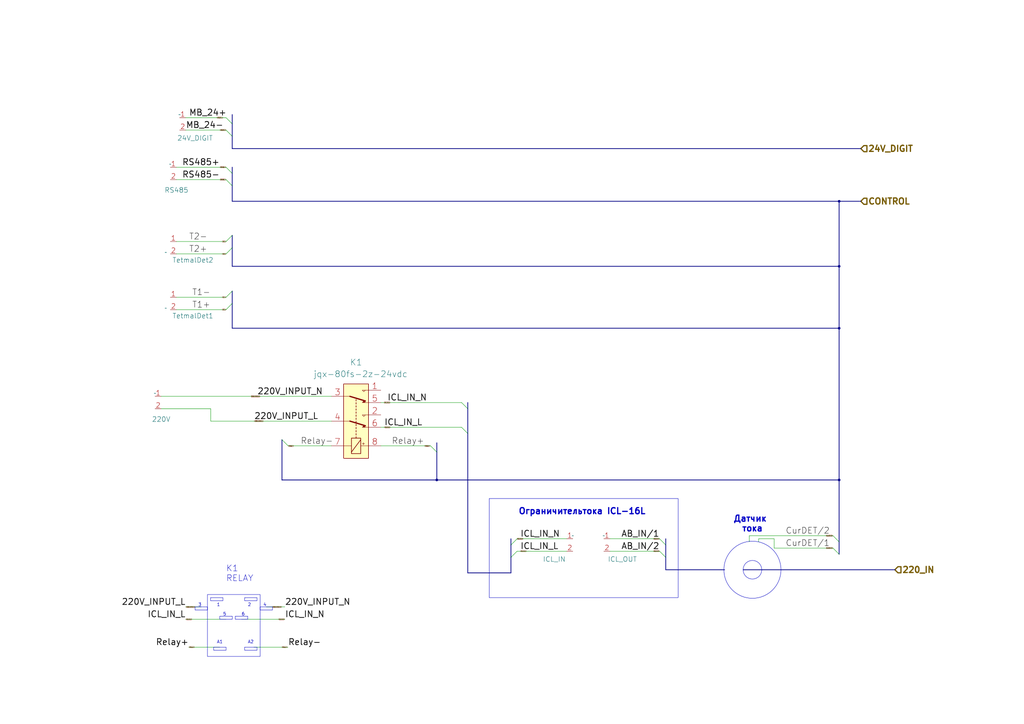
<source format=kicad_sch>
(kicad_sch (version 20231120) (generator "eeschema") (generator_version "8.0")
  (paper "A3")
  (lib_symbols
    (symbol "Connector:Conn_01x02_(wide)"
      (property "Reference" "J" (at 0 0 0))
      (symbol "Conn_01x02_(wide)_1_1"
        (pin input line (at -2.54 -5.08 0) (length 2.54) (name "") (number "1"))
        (pin input line (at -2.54 -10.16 0) (length 2.54) (name "") (number "2"))
      )
    )
    (symbol "Relay:jqx-80fs-2z-24vdc"
      (property "Reference" "K" (at 7.62 12.7 90))
      (property "Value" "jqx-80fs-2z-24vdc" (at -3.81 20.574 0))
      (symbol "jqx-80fs-2z-24vdc_0_0"
        (text "+" (at 6.731 -13.081 900) (effects (font (size 1.27 1.27))))
      )
      (symbol "jqx-80fs-2z-24vdc_0_1"
        (polyline (pts (xy -1.27 -13.97) (xy 1.905 -13.97)))
        (polyline (pts (xy 1.27 -3.81) (xy -1.27 -3.81)))
        (polyline (pts (xy 1.27 -3.81) (xy 7.62 -5.715)) (stroke (width 0.508)))
        (polyline (pts (xy 1.27 6.35) (xy -1.27 6.35)))
        (polyline (pts (xy 1.27 6.35) (xy 7.62 4.445)) (stroke (width 0.508)))
        (polyline (pts (xy 1.905 -16.51) (xy 5.715 -11.43)) (stroke (width 0.254)))
        (polyline (pts (xy 3.81 -10.795) (xy 3.81 -10.16)) (stroke (width 0.254)))
        (polyline (pts (xy 3.81 -9.525) (xy 3.81 -8.89)) (stroke (width 0.254)))
        (polyline (pts (xy 3.81 -8.255) (xy 3.81 -7.62)) (stroke (width 0.254)))
        (polyline (pts (xy 3.81 -6.985) (xy 3.81 -6.35)) (stroke (width 0.254)))
        (polyline (pts (xy 3.81 -5.715) (xy 3.81 -5.08)) (stroke (width 0.254)))
        (polyline (pts (xy 3.81 -4.445) (xy 3.81 -3.81)) (stroke (width 0.254)))
        (polyline (pts (xy 3.81 -3.175) (xy 3.81 -2.54)) (stroke (width 0.254)))
        (polyline (pts (xy 3.81 -1.905) (xy 3.81 -1.27)) (stroke (width 0.254)))
        (polyline (pts (xy 3.81 -0.635) (xy 3.81 0)) (stroke (width 0.254)))
        (polyline (pts (xy 3.81 0.635) (xy 3.81 1.27)) (stroke (width 0.254)))
        (polyline (pts (xy 3.81 1.905) (xy 3.81 2.54)) (stroke (width 0.254)))
        (polyline (pts (xy 3.81 3.175) (xy 3.81 3.81)) (stroke (width 0.254)))
        (polyline (pts (xy 3.81 4.445) (xy 3.81 5.08)) (stroke (width 0.254)))
        (polyline (pts (xy 8.89 -13.97) (xy 5.715 -13.97)))
        (polyline (pts (xy 8.89 -6.35) (xy 6.35 -6.35) (xy 6.985 -5.715) (xy 7.62 -6.35)) (fill (type outline)))
        (polyline (pts (xy 8.89 -1.27) (xy 6.35 -1.27) (xy 6.985 -1.905) (xy 7.62 -1.27)))
        (polyline (pts (xy 8.89 3.81) (xy 6.35 3.81) (xy 6.985 4.445) (xy 7.62 3.81)) (fill (type outline)))
        (polyline (pts (xy 8.89 8.89) (xy 6.35 8.89) (xy 6.985 8.255) (xy 7.62 8.89)))
        (rectangle (start 5.715 -17.145) (end 1.905 -10.795) (stroke (width 0.254)))
        (rectangle (start 8.89 -19.05) (end -1.27 11.43) (stroke (width 0.254)) (fill (type background)))
      )
      (symbol "jqx-80fs-2z-24vdc_1_1"
        (pin passive line (at 13.97 8.89 180) (length 5) (name "~") (number "1"))
        (pin passive line (at 13.97 -1.27 180) (length 5) (name "~") (number "2"))
        (pin passive line (at -6.27 6.35 0) (length 5) (name "~") (number "3"))
        (pin passive line (at -6.27 -3.81 0) (length 5) (name "~") (number "4"))
        (pin passive line (at 13.97 3.81 180) (length 5) (name "~") (number "5"))
        (pin passive line (at 13.97 -6.35 180) (length 5) (name "~") (number "6"))
        (pin passive line (at -6.35 -13.97 0) (length 5) (name "~") (number "7"))
        (pin passive line (at 13.97 -13.97 180) (length 5) (name "~") (number "8"))
      )
    )
  )
  (junction (at 344.17 109.22))
  (junction (at 344.17 82.55))
  (junction (at 344.17 134.62))
  (junction (at 179.15 196.85))
  (junction (at 344.17 196.85))
  (bus_entry (at 270.51 220.98) (size 2.54 2.54))
  (bus_entry (at 95.25 101.6) (size -2.54 2.54))
  (bus_entry (at 95.25 50.8) (size -2.54 -2.54))
  (bus_entry (at 92.71 73.66) (size 2.54 2.54))
  (bus_entry (at 176.61 182.88) (size 2.54 2.54))
  (bus_entry (at 92.71 68.58) (size 2.54 2.54))
  (bus_entry (at 270.51 226.06) (size 2.54 2.54))
  (bus_entry (at 95.25 124.46) (size -2.54 2.54))
  (bus_entry (at 95.25 119.38) (size -2.54 2.54))
  (bus_entry (at 95.25 55.88) (size -2.54 -2.54))
  (bus_entry (at 115.65 180.34) (size 2.54 2.54))
  (bus_entry (at 189.31 165.1) (size 2.54 2.54))
  (bus_entry (at 341.63 219.71) (size 2.54 2.54))
  (bus_entry (at 341.63 224.79) (size 2.54 2.54))
  (bus_entry (at 212.09 226.06) (size -2.54 2.54))
  (bus_entry (at 212.09 220.98) (size -2.54 2.54))
  (bus_entry (at 189.31 175.26) (size 2.54 2.54))
  (bus_entry (at 95.25 96.52) (size -2.54 2.54))
  (bus (pts (xy 95.25 82.55) (xy 344.17 82.55)))
  (wire (pts (xy 76.2 53.34) (xy 92.71 53.34)))
  (bus (pts (xy 344.17 196.85) (xy 344.17 222.25)))
  (wire (pts (xy 92.71 121.92) (xy 72.39 121.92)))
  (bus (pts (xy 95.25 50.8) (xy 95.25 55.88)))
  (wire (pts (xy 156.21 165.1) (xy 189.31 165.1)))
  (wire (pts (xy 92.71 104.14) (xy 72.39 104.14)))
  (wire (pts (xy 86.44 172.72) (xy 135.97 172.72)))
  (wire (pts (xy 92.71 73.66) (xy 72.39 73.66)))
  (wire (pts (xy 77.47 265.43) (xy 90.17 265.43)))
  (wire (pts (xy 212.09 220.98) (xy 232.41 220.98)))
  (bus (pts (xy 95.25 68.58) (xy 95.25 71.12)))
  (bus (pts (xy 344.17 109.22) (xy 344.17 134.62)))
  (wire (pts (xy 156.21 175.26) (xy 189.31 175.26)))
  (wire (pts (xy 118.19 182.88) (xy 135.89 182.88)))
  (wire (pts (xy 156.21 182.88) (xy 176.61 182.88)))
  (wire (pts (xy 109.22 248.92) (xy 116.84 248.92)))
  (bus (pts (xy 353.06 82.55) (xy 344.17 82.55)))
  (bus (pts (xy 344.17 134.62) (xy 344.17 196.85)))
  (bus (pts (xy 273.05 228.6) (xy 273.05 233.68)))
  (bus (pts (xy 95.25 101.6) (xy 95.25 109.22)))
  (bus (pts (xy 273.05 220.98) (xy 273.05 223.52)))
  (wire (pts (xy 92.71 68.58) (xy 72.39 68.58)))
  (bus (pts (xy 273.05 223.52) (xy 273.05 228.6)))
  (bus (pts (xy 115.65 196.85) (xy 179.15 196.85)))
  (wire (pts (xy 250.19 220.98) (xy 270.51 220.98)))
  (wire (pts (xy 317.5 220.98) (xy 311.15 220.98)))
  (bus (pts (xy 95.25 55.88) (xy 95.25 60.96)))
  (bus (pts (xy 95.25 124.46) (xy 95.25 134.62)))
  (bus (pts (xy 304.8 233.68) (xy 367.03 233.68)))
  (bus (pts (xy 95.25 71.12) (xy 95.25 76.2)))
  (wire (pts (xy 307.34 219.71) (xy 307.34 222.25)))
  (wire (pts (xy 317.5 224.79) (xy 341.63 224.79)))
  (bus (pts (xy 115.65 180.34) (xy 115.65 196.85)))
  (wire (pts (xy 76.2 248.92) (xy 82.55 248.92)))
  (bus (pts (xy 344.17 82.55) (xy 344.17 109.22)))
  (bus (pts (xy 95.25 134.62) (xy 344.17 134.62)))
  (wire (pts (xy 212.09 226.06) (xy 232.41 226.06)))
  (wire (pts (xy 66.12 162.56) (xy 135.97 162.56)))
  (wire (pts (xy 92.71 99.06) (xy 72.39 99.06)))
  (wire (pts (xy 104.14 265.43) (xy 118.11 265.43)))
  (wire (pts (xy 317.5 224.79) (xy 317.5 220.98)))
  (bus (pts (xy 191.85 177.8) (xy 191.85 234.95)))
  (wire (pts (xy 311.15 220.98) (xy 311.15 222.25)))
  (bus (pts (xy 179.15 196.85) (xy 344.17 196.85)))
  (bus (pts (xy 95.25 76.2) (xy 95.25 82.55)))
  (bus (pts (xy 191.85 165.1) (xy 191.85 167.64)))
  (wire (pts (xy 92.71 127) (xy 72.39 127)))
  (bus (pts (xy 95.25 46.99) (xy 95.25 50.8)))
  (wire (pts (xy 86.44 172.72) (xy 86.44 167.64)))
  (bus (pts (xy 179.15 181.61) (xy 179.15 185.42)))
  (bus (pts (xy 273.05 233.68) (xy 297.18 233.68)))
  (bus (pts (xy 209.55 234.95) (xy 209.55 228.6)))
  (bus (pts (xy 209.55 223.52) (xy 209.55 228.6)))
  (wire (pts (xy 92.71 48.26) (xy 76.2 48.26)))
  (bus (pts (xy 179.15 185.42) (xy 179.15 196.85)))
  (bus (pts (xy 209.55 220.98) (xy 209.55 223.52)))
  (wire (pts (xy 76.2 254) (xy 92.71 254)))
  (bus (pts (xy 95.25 96.52) (xy 95.25 101.6)))
  (wire (pts (xy 270.51 226.06) (xy 250.19 226.06)))
  (bus (pts (xy 95.25 109.22) (xy 344.17 109.22)))
  (bus (pts (xy 191.85 234.95) (xy 209.55 234.95)))
  (bus (pts (xy 95.25 60.96) (xy 353.06 60.96)))
  (wire (pts (xy 99.06 254) (xy 116.84 254)))
  (wire (pts (xy 307.34 219.71) (xy 341.63 219.71)))
  (bus (pts (xy 191.85 167.64) (xy 191.85 177.8)))
  (bus (pts (xy 344.17 222.25) (xy 344.17 227.33)))
  (bus (pts (xy 95.25 119.38) (xy 95.25 124.46)))
  (wire (pts (xy 86.44 167.64) (xy 66.12 167.64)))
  (rectangle (start 87.63 265.43) (end 92.71 266.7))
  (circle (center 308.61 233.68) (radius 11.7088))
  (rectangle (start 90.17 252.73) (end 95.25 254))
  (rectangle (start 100.33 265.43) (end 105.41 266.7))
  (rectangle (start 200.66 204.47) (end 278.13 245.11))
  (rectangle (start 85.09 243.84) (end 106.68 269.24))
  (rectangle (start 86.36 245.11) (end 91.44 246.38))
  (circle (center 308.61 233.68) (radius 3.81))
  (rectangle (start 96.52 252.73) (end 101.6 254))
  (rectangle (start 106.68 248.92) (end 111.76 250.19))
  (rectangle (start 100.33 245.11) (end 105.41 246.38))
  (rectangle (start 80.01 248.92) (end 85.09 250.19))
  (text "A2" (at 101.6 264.16 0) (effects (font (size 1.27 1.27)) (justify left bottom)))
  (text "3" (at 81.28 248.92 0) (effects (font (size 1.27 1.27)) (justify left bottom)))
  (text "4" (at 107.95 248.92 0) (effects (font (size 1.27 1.27)) (justify left bottom)))
  (text "6" (at 99.06 252.73 0) (effects (font (size 1.27 1.27)) (justify left bottom)))
  (text "Ограничительтока ICL-16L" (at 238.76 209.804 0) (effects (font (size 2.5 2.5) (thickness 0.5) (bold yes))))
  (text "A1" (at 88.9 264.16 0) (effects (font (size 1.27 1.27)) (justify left bottom)))
  (text "2" (at 101.6 248.92 0) (effects (font (size 1.27 1.27)) (justify left bottom)))
  (text "5" (at 91.44 252.73 0) (effects (font (size 1.27 1.27)) (justify left bottom)))
  (text "K1\nRELAY" (at 92.71 238.76 0) (effects (font (size 2.5 2.5)) (justify left bottom)))
  (text "1" (at 88.9 248.92 0) (effects (font (size 1.27 1.27)) (justify left bottom)))
  (text "Датчик \nтока" (at 308.61 214.884 0) (effects (font (size 2.5 2.5) (thickness 0.5) (bold yes))))
  (label "Relay+" (at 174.07 182.88 180) (effects (font (size 2.5 2.5))))
  (label "220V_INPUT_L" (at 104.22 172.72 0) (effects (font (size 2.5 2.5) (thickness 0.3125))))
  (label "CurDET{slash}1" (at 340.36 224.79 180) (effects (font (size 2.5 2.5))))
  (label "ICL_IN_L" (at 157.56 175.26 0) (effects (font (size 2.5 2.5) (thickness 0.3125))))
  (label "RS485-" (at 90.17 73.66 180) (effects (font (size 2.5 2.5) (thickness 0.3125))))
  (label "Relay-" (at 118.11 265.43 0) (effects (font (size 2.5 2.5) (thickness 0.3125))))
  (label "AB_IN{slash}2" (at 270.51 226.06 180) (effects (font (size 2.5 2.5) (thickness 0.3125))))
  (label "MB_24-" (at 76.2 53.34 0) (effects (font (size 2.5 2.5) (thickness 0.3125))))
  (label "Relay+" (at 77.47 265.43 180) (effects (font (size 2.5 2.5) (thickness 0.3125))))
  (label "RS485+" (at 90.17 68.58 180) (effects (font (size 2.5 2.5) (thickness 0.3125))))
  (label "ICL_IN_N" (at 116.84 254 0) (effects (font (size 2.5 2.5) (thickness 0.3125))))
  (label "220V_INPUT_L" (at 76.2 248.92 180) (effects (font (size 2.5 2.5) (thickness 0.3125))))
  (label "ICL_IN_L" (at 213.36 226.06 0) (effects (font (size 2.5 2.5) (thickness 0.3125))))
  (label "CurDET{slash}2" (at 340.36 219.71 180) (effects (font (size 2.5 2.5))))
  (label "ICL_IN_N" (at 213.36 220.98 0) (effects (font (size 2.5 2.5) (thickness 0.3125))))
  (label "ICL_IN_N" (at 158.83 165.1 0) (effects (font (size 2.5 2.5) (thickness 0.3125))))
  (label "Relay-" (at 123.27 182.88 0) (effects (font (size 2.5 2.5))))
  (label "T1+" (at 86.36 127 180) (effects (font (size 2.5 2.5))))
  (label "MB_24+" (at 77.47 48.26 0) (effects (font (size 2.5 2.5) (thickness 0.3125))))
  (label "ICL_IN_L" (at 76.2 254 180) (effects (font (size 2.5 2.5) (thickness 0.3125))))
  (label "T2+" (at 85.09 104.14 180) (effects (font (size 2.5 2.5))))
  (label "T1-" (at 86.36 121.92 180) (effects (font (size 2.5 2.5))))
  (label "T2-" (at 85.09 99.06 180) (effects (font (size 2.5 2.5))))
  (label "AB_IN{slash}1" (at 270.51 220.98 180) (effects (font (size 2.5 2.5) (thickness 0.3125))))
  (label "220V_INPUT_N" (at 105.49 162.56 0) (effects (font (size 2.5 2.5) (thickness 0.3125))))
  (label "220V_INPUT_N" (at 116.84 248.92 0) (effects (font (size 2.5 2.5) (thickness 0.3125))))
  (global_label "T1-" (shape input) (at 92.71 121.92 180) (effects (font (size 0.3 0.3))) (property "Intersheetrefs" "${INTERSHEET_REFS}" (effects (hide yes))))
  (global_label "Relay+" (shape input) (at 174.07 182.88 0) (effects (font (size 0.3 0.3))) (property "Intersheetrefs" "${INTERSHEET_REFS}" (effects (hide yes))))
  (global_label "ICL_IN_L" (shape input) (at 213.36 226.06 0) (effects (font (size 0.3 0.3))) (property "Intersheetrefs" "${INTERSHEET_REFS}" (effects (hide yes))))
  (global_label "220V_INPUT_N" (shape input) (at 115.57 248.92 180) (effects (font (size 0.3 0.3))) (property "Intersheetrefs" "${INTERSHEET_REFS}" (effects (hide yes))))
  (global_label "MB_24-" (shape input) (at 90.17 53.34 0) (effects (font (size 0.3 0.3))) (property "Intersheetrefs" "${INTERSHEET_REFS}" (effects (hide yes))))
  (global_label "ICL_IN_N" (shape input) (at 214.63 220.98 180) (effects (font (size 0.3 0.3))) (property "Intersheetrefs" "${INTERSHEET_REFS}" (effects (hide yes))))
  (global_label "Relay-" (shape input) (at 115.57 265.43 0) (effects (font (size 0.3 0.3))) (property "Intersheetrefs" "${INTERSHEET_REFS}" (effects (hide yes))))
  (global_label "Relay+" (shape input) (at 77.47 265.43 0) (effects (font (size 0.3 0.3))) (property "Intersheetrefs" "${INTERSHEET_REFS}" (effects (hide yes))))
  (global_label "RS485+" (shape input) (at 92.71 68.58 180) (effects (font (size 0.3 0.3))) (property "Intersheetrefs" "${INTERSHEET_REFS}" (effects (hide yes))))
  (global_label "ICL_IN_L" (shape input) (at 157.56 175.26 0) (effects (font (size 0.3 0.3))) (property "Intersheetrefs" "${INTERSHEET_REFS}" (effects (hide yes))))
  (global_label "CurDET{slash}1" (shape input) (at 341.63 224.79 180) (effects (font (size 0.3 0.3))) (property "Intersheetrefs" "${INTERSHEET_REFS}" (effects (hide yes))))
  (global_label "220V_INPUT_L" (shape input) (at 76.2 248.92 0) (effects (font (size 0.3 0.3))) (property "Intersheetrefs" "${INTERSHEET_REFS}" (effects (hide yes))))
  (global_label "T1+" (shape input) (at 92.71 127 180) (effects (font (size 0.3 0.3))) (property "Intersheetrefs" "${INTERSHEET_REFS}" (effects (hide yes))))
  (global_label "MB_24+" (shape input) (at 88.9 48.26 0) (effects (font (size 0.3 0.3))) (property "Intersheetrefs" "${INTERSHEET_REFS}" (effects (hide yes))))
  (global_label "ICL_IN_L" (shape input) (at 76.2 254 0) (effects (font (size 0.3 0.3))) (property "Intersheetrefs" "${INTERSHEET_REFS}" (effects (hide yes))))
  (global_label "220V_INPUT_L" (shape input) (at 104.22 172.72 0) (effects (font (size 0.3 0.3))) (property "Intersheetrefs" "${INTERSHEET_REFS}" (effects (hide yes))))
  (global_label "T2+" (shape input) (at 92.71 104.14 180) (effects (font (size 0.3 0.3))) (property "Intersheetrefs" "${INTERSHEET_REFS}" (effects (hide yes))))
  (global_label "ICL_IN_N" (shape input) (at 116.84 254 180) (effects (font (size 0.3 0.3))) (property "Intersheetrefs" "${INTERSHEET_REFS}" (effects (hide yes))))
  (global_label "220V_INPUT_N" (shape input) (at 106.76 162.56 180) (effects (font (size 0.3 0.3))) (property "Intersheetrefs" "${INTERSHEET_REFS}" (effects (hide yes))))
  (global_label "AB_IN{slash}2" (shape input) (at 270.51 226.06 180) (effects (font (size 0.3 0.3))) (property "Intersheetrefs" "${INTERSHEET_REFS}" (effects (hide yes))))
  (global_label "AB_IN{slash}1" (shape input) (at 270.51 220.98 180) (effects (font (size 0.3 0.3))) (property "Intersheetrefs" "${INTERSHEET_REFS}" (effects (hide yes))))
  (global_label "Relay-" (shape input) (at 118.19 182.88 0) (effects (font (size 0.3 0.3))) (property "Intersheetrefs" "${INTERSHEET_REFS}" (effects (hide yes))))
  (global_label "ICL_IN_N" (shape input) (at 160.1 165.1 180) (effects (font (size 0.3 0.3))) (property "Intersheetrefs" "${INTERSHEET_REFS}" (effects (hide yes))))
  (global_label "RS485-" (shape input) (at 92.71 73.66 180) (effects (font (size 0.3 0.3))) (property "Intersheetrefs" "${INTERSHEET_REFS}" (effects (hide yes))))
  (global_label "CurDET{slash}2" (shape input) (at 341.63 219.71 180) (effects (font (size 0.3 0.3))) (property "Intersheetrefs" "${INTERSHEET_REFS}" (effects (hide yes))))
  (global_label "T2-" (shape input) (at 92.71 99.06 180) (effects (font (size 0.3 0.3))) (property "Intersheetrefs" "${INTERSHEET_REFS}" (effects (hide yes))))
  (hierarchical_label "24V_DIGIT" (shape input) (at 353.06 60.96 0) (effects (font (size 2.5 2.5) (thickness 0.5) (bold yes))))
  (hierarchical_label "220_IN" (shape input) (at 367.03 233.68 0) (effects (font (size 2.5 2.5) (thickness 0.5) (bold yes))))
  (hierarchical_label "CONTROL" (shape input) (at 353.06 82.55 0) (effects (font (size 2.5 2.5) (thickness 0.5) (bold yes))))
  (symbol (lib_id "Connector:Conn_01x02_(wide)") (at 69.85 63.5 0) (mirror y) (unit 1)
    (property "Reference" "RS485" (at 72.39 77.978 0) (effects (font (size 2 2))))
    (property "Value" "~" (at 69.85 67.31 0))
  )
  (symbol (lib_id "Connector:Conn_01x02_(wide)") (at 73.66 43.18 0) (mirror y) (unit 1)
    (property "Reference" "24V_DIGIT" (at 80.01 56.642 0) (effects (font (size 2 2))))
    (property "Value" "~" (at 73.66 46.99 0))
  )
  (symbol (lib_id "Connector:Conn_01x02_(wide)") (at 69.85 93.98 0) (mirror y) (unit 1)
    (property "Reference" "TetmalDet2" (at 87.63 106.68 0) (effects (font (size 2 2)) (justify left)))
    (property "Value" "~" (at 68.58 103.505 0) (effects (justify left)))
  )
  (symbol (lib_id "Connector:Conn_01x02_(wide)") (at 63.58 157.48 0) (mirror y) (unit 1)
    (property "Reference" "220V" (at 66.12 171.958 0) (effects (font (size 2 2))))
    (property "Value" "~" (at 63.58 161.29 0))
  )
  (symbol (lib_id "Connector:Conn_01x02_(wide)") (at 69.85 116.84 0) (mirror y) (unit 1)
    (property "Reference" "TetmalDet1" (at 87.63 129.54 0) (effects (font (size 2 2)) (justify left)))
    (property "Value" "~" (at 68.58 126.365 0) (effects (justify left)))
  )
  (symbol (lib_id "Relay:jqx-80fs-2z-24vdc") (at 142.24 168.91 0) (unit 1)
    (property "Reference" "K1" (at 146.05 148.59 0) (effects (font (size 2.5 2.5))))
    (property "Value" "jqx-80fs-2z-24vdc" (at 147.908 153.416 0) (effects (font (size 2.5 2.5))))
    (property "Datasheet" "https://www.sktech.ru/rele/elektromagnitnye/jqx-80fs-2z-24vdc/?ysclid=m67o53td7l559242399" (effects (hide yes)))
  )
  (symbol (lib_id "Connector:Conn_01x02_(wide)") (at 247.65 215.9 0) (mirror y) (unit 1)
    (property "Reference" "ICL_OUT" (at 255.27 229.362 0) (effects (font (size 2 2))))
    (property "Value" "~" (at 247.65 219.71 0))
  )
  (symbol (lib_id "Connector:Conn_01x02_(wide)") (at 234.95 215.9 0) (unit 1)
    (property "Reference" "ICL_IN" (at 227.33 229.362 0) (effects (font (size 2 2))))
    (property "Value" "~" (at 234.95 219.71 0))
  )
)
</source>
